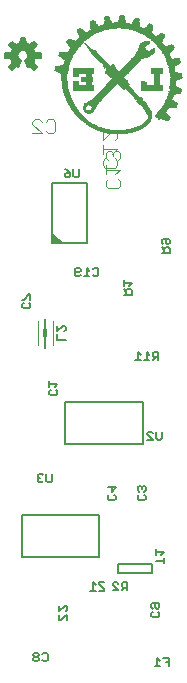
<source format=gbo>
G75*
%MOIN*%
%OFA0B0*%
%FSLAX24Y24*%
%IPPOS*%
%LPD*%
%AMOC8*
5,1,8,0,0,1.08239X$1,22.5*
%
%ADD10C,0.0050*%
%ADD11C,0.0028*%
%ADD12R,0.0118X0.0276*%
%ADD13C,0.0060*%
%ADD14C,0.0080*%
%ADD15R,0.0483X0.0017*%
%ADD16R,0.0700X0.0017*%
%ADD17R,0.0867X0.0017*%
%ADD18R,0.1000X0.0017*%
%ADD19R,0.1117X0.0017*%
%ADD20R,0.1217X0.0017*%
%ADD21R,0.1300X0.0017*%
%ADD22R,0.0517X0.0017*%
%ADD23R,0.0550X0.0017*%
%ADD24R,0.0450X0.0017*%
%ADD25R,0.0400X0.0017*%
%ADD26R,0.0417X0.0017*%
%ADD27R,0.0367X0.0017*%
%ADD28R,0.0383X0.0017*%
%ADD29R,0.0333X0.0017*%
%ADD30R,0.0350X0.0017*%
%ADD31R,0.0317X0.0017*%
%ADD32R,0.0283X0.0017*%
%ADD33R,0.0300X0.0017*%
%ADD34R,0.0283X0.0017*%
%ADD35R,0.0283X0.0017*%
%ADD36R,0.0250X0.0017*%
%ADD37R,0.0233X0.0017*%
%ADD38R,0.0267X0.0017*%
%ADD39R,0.0217X0.0017*%
%ADD40R,0.0267X0.0017*%
%ADD41R,0.0200X0.0017*%
%ADD42R,0.0250X0.0017*%
%ADD43R,0.0183X0.0017*%
%ADD44R,0.0233X0.0017*%
%ADD45R,0.0183X0.0017*%
%ADD46R,0.0183X0.0017*%
%ADD47R,0.0167X0.0017*%
%ADD48R,0.0167X0.0017*%
%ADD49R,0.0217X0.0017*%
%ADD50R,0.0067X0.0017*%
%ADD51R,0.0150X0.0017*%
%ADD52R,0.0200X0.0017*%
%ADD53R,0.0133X0.0017*%
%ADD54R,0.0217X0.0017*%
%ADD55R,0.0017X0.0017*%
%ADD56R,0.0133X0.0017*%
%ADD57R,0.0217X0.0017*%
%ADD58R,0.0050X0.0017*%
%ADD59R,0.0300X0.0017*%
%ADD60R,0.0083X0.0017*%
%ADD61R,0.0133X0.0017*%
%ADD62R,0.0433X0.0017*%
%ADD63R,0.0133X0.0017*%
%ADD64R,0.0117X0.0017*%
%ADD65R,0.0467X0.0017*%
%ADD66R,0.0117X0.0017*%
%ADD67R,0.0483X0.0017*%
%ADD68R,0.0467X0.0017*%
%ADD69R,0.0383X0.0017*%
%ADD70R,0.0350X0.0017*%
%ADD71R,0.0150X0.0017*%
%ADD72R,0.0317X0.0017*%
%ADD73R,0.0283X0.0017*%
%ADD74R,0.0167X0.0017*%
%ADD75R,0.0267X0.0017*%
%ADD76R,0.0167X0.0017*%
%ADD77R,0.0100X0.0017*%
%ADD78R,0.0100X0.0017*%
%ADD79R,0.0233X0.0017*%
%ADD80R,0.0117X0.0017*%
%ADD81R,0.0500X0.0017*%
%ADD82R,0.0083X0.0017*%
%ADD83R,0.0500X0.0017*%
%ADD84R,0.0483X0.0017*%
%ADD85R,0.0233X0.0017*%
%ADD86R,0.0450X0.0017*%
%ADD87R,0.0433X0.0017*%
%ADD88R,0.0417X0.0017*%
%ADD89R,0.0183X0.0017*%
%ADD90R,0.0433X0.0017*%
%ADD91R,0.0333X0.0017*%
%ADD92R,0.0400X0.0017*%
%ADD93R,0.0367X0.0017*%
%ADD94R,0.0017X0.0017*%
%ADD95R,0.0333X0.0017*%
%ADD96R,0.0383X0.0017*%
%ADD97R,0.0433X0.0017*%
%ADD98R,0.0717X0.0017*%
%ADD99R,0.0700X0.0017*%
%ADD100R,0.0717X0.0017*%
%ADD101R,0.0317X0.0017*%
%ADD102R,0.0333X0.0017*%
%ADD103R,0.0733X0.0017*%
%ADD104R,0.0717X0.0017*%
%ADD105R,0.0683X0.0017*%
%ADD106R,0.0650X0.0017*%
%ADD107R,0.0617X0.0017*%
%ADD108R,0.0600X0.0017*%
%ADD109R,0.0567X0.0017*%
%ADD110R,0.0367X0.0017*%
%ADD111R,0.0533X0.0017*%
%ADD112R,0.0367X0.0017*%
%ADD113R,0.0417X0.0017*%
%ADD114R,0.0550X0.0017*%
%ADD115R,0.0583X0.0017*%
%ADD116R,0.0733X0.0017*%
%ADD117R,0.0383X0.0017*%
%ADD118R,0.0767X0.0017*%
%ADD119R,0.0783X0.0017*%
%ADD120R,0.0033X0.0017*%
%ADD121R,0.0067X0.0017*%
%ADD122R,0.0533X0.0017*%
%ADD123R,0.0567X0.0017*%
%ADD124R,0.0517X0.0017*%
%ADD125R,0.0567X0.0017*%
%ADD126R,0.0517X0.0017*%
%ADD127R,0.0317X0.0017*%
%ADD128R,0.0067X0.0017*%
%ADD129R,0.0033X0.0017*%
%ADD130R,0.0467X0.0017*%
%ADD131R,0.0583X0.0017*%
%ADD132R,0.0600X0.0017*%
%ADD133R,0.0633X0.0017*%
%ADD134R,0.0683X0.0017*%
%ADD135R,0.0650X0.0017*%
%ADD136R,0.0717X0.0017*%
%ADD137R,0.0533X0.0017*%
%ADD138R,0.0883X0.0017*%
%ADD139R,0.0750X0.0017*%
%ADD140R,0.0883X0.0017*%
%ADD141R,0.0033X0.0017*%
%ADD142R,0.1717X0.0017*%
%ADD143R,0.1683X0.0017*%
%ADD144R,0.1650X0.0017*%
%ADD145R,0.1633X0.0017*%
%ADD146R,0.1333X0.0017*%
%ADD147R,0.1283X0.0017*%
%ADD148R,0.1233X0.0017*%
%ADD149R,0.1183X0.0017*%
%ADD150R,0.0867X0.0017*%
%ADD151R,0.0767X0.0017*%
%ADD152R,0.0050X0.0017*%
%ADD153C,0.0059*%
%ADD154C,0.0040*%
D10*
X017250Y016770D02*
X017295Y016725D01*
X017385Y016725D01*
X017430Y016770D01*
X017430Y016815D01*
X017385Y016860D01*
X017295Y016860D01*
X017250Y016815D01*
X017250Y016770D01*
X017295Y016860D02*
X017250Y016905D01*
X017250Y016950D01*
X017295Y016995D01*
X017385Y016995D01*
X017430Y016950D01*
X017430Y016905D01*
X017385Y016860D01*
X017545Y016770D02*
X017590Y016725D01*
X017680Y016725D01*
X017725Y016770D01*
X017725Y016950D01*
X017680Y016995D01*
X017590Y016995D01*
X017545Y016950D01*
X018111Y018076D02*
X018111Y018256D01*
X018111Y018371D02*
X018291Y018551D01*
X018336Y018551D01*
X018382Y018506D01*
X018382Y018416D01*
X018336Y018371D01*
X018336Y018256D02*
X018156Y018076D01*
X018111Y018076D01*
X018382Y018076D02*
X018382Y018256D01*
X018336Y018256D01*
X018111Y018371D02*
X018111Y018551D01*
X019141Y019069D02*
X019321Y019069D01*
X019231Y019069D02*
X019231Y019339D01*
X019321Y019249D01*
X019435Y019294D02*
X019616Y019114D01*
X019616Y019069D01*
X019435Y019069D01*
X019435Y019294D02*
X019435Y019339D01*
X019616Y019339D01*
X019900Y019300D02*
X019945Y019345D01*
X020035Y019345D01*
X020080Y019300D01*
X020195Y019300D02*
X020195Y019210D01*
X020240Y019165D01*
X020375Y019165D01*
X020375Y019075D02*
X020375Y019345D01*
X020240Y019345D01*
X020195Y019300D01*
X020285Y019165D02*
X020195Y019075D01*
X020080Y019075D02*
X019900Y019255D01*
X019900Y019300D01*
X019900Y019075D02*
X020080Y019075D01*
X021175Y018605D02*
X021220Y018650D01*
X021400Y018650D01*
X021445Y018605D01*
X021445Y018515D01*
X021400Y018470D01*
X021355Y018470D01*
X021310Y018515D01*
X021310Y018650D01*
X021175Y018605D02*
X021175Y018515D01*
X021220Y018470D01*
X021220Y018355D02*
X021175Y018310D01*
X021175Y018220D01*
X021220Y018175D01*
X021400Y018175D01*
X021445Y018220D01*
X021445Y018310D01*
X021400Y018355D01*
X021380Y016825D02*
X021380Y016555D01*
X021470Y016555D02*
X021289Y016555D01*
X021470Y016735D02*
X021380Y016825D01*
X021584Y016825D02*
X021764Y016825D01*
X021764Y016555D01*
X021764Y016690D02*
X021674Y016690D01*
X021595Y019975D02*
X021595Y020155D01*
X021595Y020065D02*
X021325Y020065D01*
X021325Y020270D02*
X021325Y020450D01*
X021325Y020360D02*
X021595Y020360D01*
X021505Y020270D01*
X020950Y022075D02*
X020770Y022075D01*
X020725Y022120D01*
X020725Y022210D01*
X020770Y022255D01*
X020770Y022370D02*
X020725Y022415D01*
X020725Y022505D01*
X020770Y022550D01*
X020815Y022550D01*
X020860Y022505D01*
X020860Y022460D01*
X020860Y022505D02*
X020905Y022550D01*
X020950Y022550D01*
X020995Y022505D01*
X020995Y022415D01*
X020950Y022370D01*
X020950Y022255D02*
X020995Y022210D01*
X020995Y022120D01*
X020950Y022075D01*
X019995Y022120D02*
X019950Y022075D01*
X019770Y022075D01*
X019725Y022120D01*
X019725Y022210D01*
X019770Y022255D01*
X019860Y022370D02*
X019860Y022550D01*
X019725Y022505D02*
X019995Y022505D01*
X019860Y022370D01*
X019950Y022255D02*
X019995Y022210D01*
X019995Y022120D01*
X021050Y024095D02*
X021230Y024095D01*
X021050Y024275D01*
X021050Y024320D01*
X021095Y024365D01*
X021185Y024365D01*
X021230Y024320D01*
X021345Y024365D02*
X021345Y024140D01*
X021390Y024095D01*
X021480Y024095D01*
X021525Y024140D01*
X021525Y024365D01*
X021409Y026755D02*
X021409Y027025D01*
X021274Y027025D01*
X021229Y026980D01*
X021229Y026890D01*
X021274Y026845D01*
X021409Y026845D01*
X021319Y026845D02*
X021229Y026755D01*
X021114Y026755D02*
X020934Y026755D01*
X021024Y026755D02*
X021024Y027025D01*
X021114Y026935D01*
X020820Y026935D02*
X020730Y027025D01*
X020730Y026755D01*
X020820Y026755D02*
X020639Y026755D01*
X020525Y028936D02*
X020255Y028936D01*
X020345Y028936D02*
X020345Y029071D01*
X020390Y029116D01*
X020480Y029116D01*
X020525Y029071D01*
X020525Y028936D01*
X020345Y029026D02*
X020255Y029116D01*
X020255Y029230D02*
X020255Y029411D01*
X020255Y029320D02*
X020525Y029320D01*
X020435Y029230D01*
X019409Y029600D02*
X019364Y029555D01*
X019274Y029555D01*
X019229Y029600D01*
X019114Y029555D02*
X018934Y029555D01*
X019024Y029555D02*
X019024Y029825D01*
X019114Y029735D01*
X019229Y029780D02*
X019274Y029825D01*
X019364Y029825D01*
X019409Y029780D01*
X019409Y029600D01*
X018820Y029600D02*
X018775Y029555D01*
X018685Y029555D01*
X018639Y029600D01*
X018639Y029780D01*
X018685Y029825D01*
X018775Y029825D01*
X018820Y029780D01*
X018820Y029735D01*
X018775Y029690D01*
X018639Y029690D01*
X019025Y030650D02*
X017875Y030650D01*
X018200Y030650D01*
X017875Y030950D01*
X017875Y030650D01*
X017875Y032650D01*
X019025Y032650D01*
X019025Y030650D01*
X018162Y030685D02*
X017875Y030685D01*
X017875Y030734D02*
X018109Y030734D01*
X018057Y030782D02*
X017875Y030782D01*
X017875Y030831D02*
X018004Y030831D01*
X017952Y030879D02*
X017875Y030879D01*
X017875Y030928D02*
X017899Y030928D01*
X017145Y028950D02*
X017100Y028950D01*
X016920Y028770D01*
X016875Y028770D01*
X016920Y028655D02*
X016875Y028610D01*
X016875Y028520D01*
X016920Y028475D01*
X017100Y028475D01*
X017145Y028520D01*
X017145Y028610D01*
X017100Y028655D01*
X017145Y028770D02*
X017145Y028950D01*
X017650Y028122D02*
X017650Y027138D01*
X018050Y027425D02*
X018050Y027605D01*
X018050Y027720D02*
X018230Y027900D01*
X018275Y027900D01*
X018320Y027855D01*
X018320Y027765D01*
X018275Y027720D01*
X018050Y027720D02*
X018050Y027900D01*
X018050Y027425D02*
X018320Y027425D01*
X017775Y026050D02*
X017775Y025870D01*
X017775Y025960D02*
X018045Y025960D01*
X017955Y025870D01*
X018000Y025755D02*
X018045Y025710D01*
X018045Y025620D01*
X018000Y025575D01*
X017820Y025575D01*
X017775Y025620D01*
X017775Y025710D01*
X017820Y025755D01*
X017864Y022955D02*
X017864Y022730D01*
X017819Y022685D01*
X017729Y022685D01*
X017684Y022730D01*
X017684Y022955D01*
X017570Y022910D02*
X017525Y022955D01*
X017435Y022955D01*
X017389Y022910D01*
X017389Y022865D01*
X017435Y022820D01*
X017389Y022775D01*
X017389Y022730D01*
X017435Y022685D01*
X017525Y022685D01*
X017570Y022730D01*
X017480Y022820D02*
X017435Y022820D01*
X021525Y030325D02*
X021795Y030325D01*
X021795Y030460D01*
X021750Y030505D01*
X021660Y030505D01*
X021615Y030460D01*
X021615Y030325D01*
X021615Y030415D02*
X021525Y030505D01*
X021570Y030620D02*
X021525Y030665D01*
X021525Y030755D01*
X021570Y030800D01*
X021750Y030800D01*
X021795Y030755D01*
X021795Y030665D01*
X021750Y030620D01*
X021705Y030620D01*
X021660Y030665D01*
X021660Y030800D01*
X018764Y032900D02*
X018719Y032855D01*
X018629Y032855D01*
X018584Y032900D01*
X018584Y033125D01*
X018470Y032990D02*
X018335Y032990D01*
X018289Y032945D01*
X018289Y032900D01*
X018335Y032855D01*
X018425Y032855D01*
X018470Y032900D01*
X018470Y032990D01*
X018380Y033080D01*
X018289Y033125D01*
X018764Y033125D02*
X018764Y032900D01*
D11*
X017896Y028044D02*
X017896Y027256D01*
X017404Y027256D02*
X017404Y028044D01*
D12*
X017650Y027650D03*
D13*
X020070Y019950D02*
X020070Y019650D01*
X021210Y019650D01*
X021210Y019950D01*
X020070Y019950D01*
D14*
X019440Y020200D02*
X016860Y020200D01*
X016860Y021600D01*
X019440Y021600D01*
X019440Y020200D01*
X018310Y023950D02*
X020890Y023950D01*
X020890Y025350D01*
X018310Y025350D01*
X018310Y023950D01*
D15*
X020083Y034283D03*
X021817Y035217D03*
X021817Y035233D03*
X021833Y035267D03*
X020967Y037683D03*
X019333Y037717D03*
X018633Y037283D03*
D16*
X018925Y036450D03*
X018925Y036400D03*
X018925Y036350D03*
X018925Y036300D03*
X018925Y035850D03*
X018925Y035800D03*
X018925Y035750D03*
X020075Y034300D03*
D17*
X020075Y034317D03*
D18*
X020075Y034333D03*
D19*
X020067Y034350D03*
D20*
X020067Y034367D03*
D21*
X020075Y034383D03*
D22*
X020500Y034400D03*
X020050Y036200D03*
X021700Y037150D03*
D23*
X020917Y036900D03*
X019650Y034400D03*
X019017Y037600D03*
D24*
X018200Y036467D03*
X018183Y036383D03*
X019183Y035283D03*
X019567Y034417D03*
X020583Y034417D03*
X021583Y034833D03*
X021600Y034817D03*
X021833Y035283D03*
X021983Y035683D03*
X021933Y036667D03*
X021933Y036683D03*
X021917Y036717D03*
X021917Y036733D03*
X021900Y036767D03*
X020983Y037667D03*
X019867Y036367D03*
X020050Y036167D03*
D25*
X019775Y036517D03*
X019775Y036533D03*
X020758Y036817D03*
X021708Y037067D03*
X021925Y036633D03*
X022008Y036133D03*
X021825Y035317D03*
X021542Y034917D03*
X020642Y034433D03*
X018625Y037233D03*
X018358Y036833D03*
X018242Y036533D03*
D26*
X018200Y036367D03*
X019500Y034433D03*
X021700Y037083D03*
D27*
X021908Y036600D03*
X020692Y034450D03*
X019342Y035400D03*
D28*
X019450Y034450D03*
X021700Y037050D03*
D29*
X021392Y037367D03*
X021092Y037583D03*
X020658Y036733D03*
X020642Y036717D03*
X020608Y036683D03*
X020592Y036667D03*
X020558Y036633D03*
X020542Y036617D03*
X020508Y036583D03*
X020492Y036567D03*
X020458Y036533D03*
X020442Y036517D03*
X020408Y036483D03*
X020392Y036467D03*
X020358Y036433D03*
X020342Y036417D03*
X020308Y036383D03*
X020292Y036367D03*
X019808Y035867D03*
X019758Y035817D03*
X019708Y035767D03*
X019658Y035717D03*
X019608Y035667D03*
X019558Y035617D03*
X019508Y035567D03*
X019108Y035033D03*
X019358Y034483D03*
X020742Y034467D03*
D30*
X021817Y035333D03*
X020683Y036767D03*
X021383Y037383D03*
X021700Y037033D03*
X019867Y036417D03*
X019850Y036433D03*
X019867Y035933D03*
X019850Y035917D03*
X019483Y035533D03*
X019467Y035517D03*
X019433Y035483D03*
X019417Y035467D03*
X019383Y035433D03*
X019367Y035417D03*
X019400Y034467D03*
X018233Y036333D03*
D31*
X018883Y037433D03*
X018933Y037467D03*
X019833Y036467D03*
X020283Y035883D03*
X020333Y035833D03*
X020383Y035783D03*
X020783Y034483D03*
X021167Y037533D03*
D32*
X020817Y034500D03*
D33*
X019325Y034500D03*
X018308Y036550D03*
X018858Y037400D03*
X018908Y037450D03*
X020992Y037300D03*
X021692Y037000D03*
D34*
X021950Y036083D03*
X021800Y035383D03*
X020850Y034517D03*
X019250Y034533D03*
X018850Y037683D03*
D35*
X018817Y037367D03*
X019283Y037883D03*
X018383Y036767D03*
X019283Y034517D03*
X020883Y037083D03*
X021933Y036317D03*
X021933Y035833D03*
D36*
X021633Y035133D03*
X021600Y035083D03*
X021567Y035033D03*
X021550Y035017D03*
X021667Y034767D03*
X020883Y034533D03*
X020917Y035267D03*
X020817Y035367D03*
X020783Y035433D03*
X020750Y035467D03*
X020733Y035483D03*
X020883Y037117D03*
X020917Y037233D03*
X021017Y037333D03*
X021417Y037317D03*
X021450Y037283D03*
X021467Y037267D03*
X021500Y037217D03*
X021683Y036967D03*
X021517Y037567D03*
X021117Y037833D03*
X020667Y037983D03*
X020200Y038033D03*
X020200Y038067D03*
X019733Y038033D03*
X019733Y038017D03*
X019267Y037917D03*
X018500Y037383D03*
X018617Y037133D03*
X018583Y037083D03*
X018567Y037067D03*
X018550Y037033D03*
X018533Y037017D03*
X019167Y034583D03*
D37*
X019058Y034650D03*
X019092Y035900D03*
X019092Y035950D03*
X019092Y036000D03*
X019092Y036200D03*
X019092Y036250D03*
X018392Y036700D03*
X018358Y036600D03*
X019608Y036650D03*
X019658Y036600D03*
X019692Y036550D03*
X020458Y035750D03*
X020508Y035700D03*
X020808Y035400D03*
X021358Y035900D03*
X021358Y035950D03*
X021358Y036000D03*
X021358Y036050D03*
X021358Y036100D03*
X021358Y036150D03*
X021358Y036200D03*
X021358Y036250D03*
X021692Y036950D03*
X021808Y037200D03*
X021642Y035150D03*
X021608Y035100D03*
X020908Y034550D03*
D38*
X020875Y035300D03*
X020825Y035350D03*
X021875Y036550D03*
X019275Y037900D03*
X018625Y037150D03*
X018275Y036300D03*
X019225Y034550D03*
D39*
X019017Y034683D03*
X019117Y034983D03*
X018283Y036067D03*
X018283Y036083D03*
X018283Y036117D03*
X018283Y036133D03*
X018283Y036167D03*
X018283Y036183D03*
X018283Y036217D03*
X018283Y036233D03*
X018283Y036267D03*
X018283Y036283D03*
X018367Y036633D03*
X018383Y036683D03*
X018817Y037733D03*
X019717Y038083D03*
X020683Y038033D03*
X021133Y037867D03*
X020883Y037183D03*
X020883Y037167D03*
X020883Y037133D03*
X021717Y036883D03*
X021783Y035433D03*
X021783Y035417D03*
X021017Y035133D03*
X020983Y035183D03*
X020683Y035517D03*
X020667Y035533D03*
X020633Y035567D03*
X020617Y035583D03*
X020583Y035617D03*
X020567Y035633D03*
X020533Y035667D03*
X020517Y035683D03*
X020967Y034583D03*
X020933Y034567D03*
X019667Y036583D03*
D40*
X019742Y037983D03*
X020192Y038017D03*
X020658Y037967D03*
X021008Y037317D03*
X020958Y037267D03*
X021408Y037333D03*
X021692Y036983D03*
X021108Y037817D03*
X020842Y035333D03*
X020858Y035317D03*
X020892Y035283D03*
X019242Y035233D03*
X019192Y034567D03*
X018608Y037117D03*
D41*
X019292Y036950D03*
X019342Y036900D03*
X019392Y036850D03*
X019442Y036800D03*
X019492Y036750D03*
X019542Y036700D03*
X018675Y035900D03*
X018308Y035850D03*
X018292Y035950D03*
X018292Y036000D03*
X018825Y034850D03*
X018875Y034800D03*
X020975Y034600D03*
X021042Y035100D03*
X021008Y035150D03*
X021792Y035450D03*
X021808Y035500D03*
X021825Y035550D03*
X021758Y036800D03*
X021708Y036900D03*
X020892Y037200D03*
D42*
X020883Y037100D03*
X021433Y037300D03*
X021517Y037200D03*
X021917Y035850D03*
X021867Y035600D03*
X021783Y035400D03*
X021583Y035050D03*
X020767Y035450D03*
X019133Y034600D03*
X018533Y037000D03*
X018567Y037050D03*
X020200Y038050D03*
D43*
X020200Y038167D03*
X021900Y036033D03*
X021900Y036017D03*
X021900Y035983D03*
X021900Y035967D03*
X021900Y035933D03*
X021900Y035917D03*
X021900Y035883D03*
X021050Y035083D03*
X021050Y034667D03*
X021000Y034617D03*
X018800Y034883D03*
X018750Y034933D03*
X018600Y035133D03*
X018400Y035517D03*
X018350Y035667D03*
X018350Y035683D03*
X018300Y035917D03*
D44*
X018358Y036617D03*
X018392Y036717D03*
X018392Y036733D03*
X019092Y036283D03*
X019092Y036267D03*
X019092Y036233D03*
X019092Y036217D03*
X019092Y036183D03*
X019092Y035983D03*
X019092Y035967D03*
X019092Y035933D03*
X019092Y035917D03*
X019642Y036617D03*
X020442Y035767D03*
X020492Y035717D03*
X020792Y035417D03*
X020808Y035383D03*
X020942Y035233D03*
X020958Y035217D03*
X021592Y035067D03*
X021358Y035917D03*
X021358Y035933D03*
X021358Y035967D03*
X021358Y035983D03*
X021358Y036017D03*
X021358Y036033D03*
X021358Y036067D03*
X021358Y036083D03*
X021358Y036117D03*
X021358Y036133D03*
X021358Y036167D03*
X021358Y036183D03*
X021358Y036217D03*
X021358Y036233D03*
X021358Y036267D03*
X021358Y036283D03*
X021492Y037233D03*
X019258Y037933D03*
X019042Y034667D03*
X019092Y034633D03*
X019108Y034617D03*
D45*
X018817Y034867D03*
X018767Y034917D03*
X018717Y034967D03*
X018683Y035017D03*
X018667Y035033D03*
X018633Y035083D03*
X018567Y035183D03*
X018533Y035233D03*
X018517Y035267D03*
X018483Y035333D03*
X018467Y035367D03*
X018433Y035433D03*
X018417Y035483D03*
X018383Y035567D03*
X018367Y035617D03*
X018367Y035633D03*
X018333Y035717D03*
X018333Y035733D03*
X018333Y035767D03*
X018317Y035783D03*
X018317Y035817D03*
X018317Y035833D03*
X018667Y035917D03*
X018667Y035933D03*
X018667Y035967D03*
X018667Y036217D03*
X018667Y036233D03*
X018667Y036267D03*
X019267Y036983D03*
X019667Y036567D03*
X019267Y035217D03*
X020933Y035917D03*
X020933Y035933D03*
X021067Y035067D03*
X021017Y034633D03*
X021833Y035583D03*
X021883Y036333D03*
X021883Y036367D03*
X021883Y036383D03*
X021867Y036417D03*
X021867Y036433D03*
X021867Y036467D03*
D46*
X021867Y036450D03*
X021883Y036400D03*
X021883Y036350D03*
X021067Y035050D03*
X021033Y034650D03*
X021683Y034750D03*
X020933Y035900D03*
X019233Y038000D03*
X018483Y037400D03*
X018667Y036250D03*
X018667Y035950D03*
X018317Y035800D03*
X018333Y035750D03*
X018617Y035100D03*
X018733Y034950D03*
X018783Y034900D03*
D47*
X018708Y034983D03*
X018642Y035067D03*
X018608Y035117D03*
X018542Y035217D03*
X018508Y035283D03*
X018492Y035317D03*
X018458Y035383D03*
X018442Y035417D03*
X018392Y035533D03*
X018658Y035983D03*
X018658Y036017D03*
X018658Y036183D03*
X019258Y037017D03*
X019242Y037033D03*
X019208Y037067D03*
X019708Y038133D03*
X020208Y038183D03*
X020692Y038083D03*
X021192Y037033D03*
X022042Y036783D03*
X021092Y035017D03*
X021108Y034967D03*
X021058Y034683D03*
D48*
X021075Y034700D03*
X020925Y035950D03*
X020925Y036000D03*
X019225Y037050D03*
X018225Y037000D03*
X018375Y035600D03*
X018425Y035450D03*
X018475Y035350D03*
X018525Y035250D03*
D49*
X019000Y034700D03*
X020550Y035650D03*
X020600Y035600D03*
X020650Y035550D03*
X020700Y035500D03*
X019250Y037950D03*
X020200Y038100D03*
D50*
X019025Y037233D03*
X021725Y034717D03*
D51*
X021100Y034733D03*
X021083Y034717D03*
X021117Y034933D03*
X021100Y034983D03*
X020917Y036017D03*
X019267Y035183D03*
X019233Y035083D03*
X019217Y035067D03*
X019117Y034967D03*
X018467Y037417D03*
X019700Y038167D03*
X020200Y038217D03*
X020700Y038117D03*
D52*
X020692Y038067D03*
X021142Y037883D03*
X021525Y037583D03*
X021692Y036933D03*
X021725Y036867D03*
X021742Y036833D03*
X021742Y036817D03*
X021758Y036783D03*
X021858Y036517D03*
X021858Y036483D03*
X021892Y035867D03*
X021825Y035567D03*
X021825Y035533D03*
X021808Y035517D03*
X021808Y035483D03*
X021792Y035467D03*
X021025Y035117D03*
X019575Y036667D03*
X019558Y036683D03*
X019525Y036717D03*
X019508Y036733D03*
X019475Y036767D03*
X019458Y036783D03*
X019425Y036817D03*
X019408Y036833D03*
X019375Y036867D03*
X019358Y036883D03*
X019325Y036917D03*
X019308Y036933D03*
X019275Y036967D03*
X019242Y037983D03*
X019708Y038117D03*
X020208Y038133D03*
X018675Y036283D03*
X018292Y036033D03*
X018292Y036017D03*
X018292Y035983D03*
X018292Y035967D03*
X018292Y035933D03*
X018308Y035883D03*
X018308Y035867D03*
X018842Y034833D03*
X018858Y034817D03*
X018892Y034783D03*
X018908Y034767D03*
X018975Y034717D03*
D53*
X018992Y035067D03*
X018992Y035217D03*
X019008Y035233D03*
X019258Y035167D03*
X019258Y035133D03*
X021108Y034767D03*
X021708Y034733D03*
X019708Y038183D03*
X018808Y037767D03*
D54*
X019250Y037967D03*
X020200Y038083D03*
X020200Y038117D03*
X020900Y037217D03*
X021700Y036917D03*
X021000Y035167D03*
X018950Y034733D03*
X018350Y036567D03*
X018350Y036583D03*
D55*
X019750Y038200D03*
X021450Y034750D03*
D56*
X021108Y034750D03*
X019892Y036550D03*
X019258Y035150D03*
X019242Y035100D03*
D57*
X018933Y034750D03*
X018283Y036050D03*
X018283Y036100D03*
X018283Y036150D03*
X018283Y036200D03*
X018283Y036250D03*
X019717Y038100D03*
X020683Y038050D03*
X020883Y037150D03*
X021733Y036850D03*
X020967Y035200D03*
D58*
X021450Y034767D03*
X020283Y035767D03*
X021267Y037117D03*
X018983Y037283D03*
D59*
X018875Y037417D03*
X018842Y037383D03*
X018625Y037167D03*
X018508Y037367D03*
X019108Y035017D03*
X020892Y037067D03*
X020975Y037283D03*
X021492Y037533D03*
X021892Y036567D03*
X021808Y035367D03*
X021542Y034983D03*
X021658Y034783D03*
D60*
X021450Y034783D03*
X018450Y037433D03*
D61*
X021225Y037067D03*
X021125Y034917D03*
X021125Y034883D03*
X021125Y034817D03*
X021125Y034783D03*
D62*
X021542Y034900D03*
X021608Y034800D03*
X021992Y035700D03*
X021992Y035750D03*
X020058Y036150D03*
X018992Y037550D03*
D63*
X021125Y034900D03*
X021125Y034800D03*
D64*
X021133Y034833D03*
X021133Y034867D03*
X019167Y037083D03*
D65*
X020092Y036100D03*
X021558Y034850D03*
X018192Y036400D03*
X018192Y036450D03*
X018208Y036500D03*
D66*
X018983Y035200D03*
X021133Y034850D03*
D67*
X021550Y034867D03*
X020050Y036183D03*
X019000Y037567D03*
X021700Y037117D03*
D68*
X021542Y034883D03*
X018192Y036417D03*
X018192Y036433D03*
X018208Y036483D03*
X018208Y036517D03*
X018342Y036867D03*
D69*
X019300Y035367D03*
X019800Y036483D03*
X020150Y037983D03*
X021550Y034933D03*
D70*
X021550Y034950D03*
X021967Y035800D03*
X020667Y036750D03*
X021067Y037600D03*
X019500Y035550D03*
X019450Y035500D03*
X019400Y035450D03*
X019117Y035050D03*
X018367Y036800D03*
X018967Y037500D03*
D71*
X020200Y038200D03*
X021150Y037900D03*
X021533Y037600D03*
X021217Y037050D03*
X021950Y035150D03*
X021117Y034950D03*
D72*
X021550Y034967D03*
X021950Y035817D03*
X021900Y036583D03*
X021700Y037017D03*
X020350Y035817D03*
X020300Y035867D03*
X018950Y037483D03*
X018250Y036317D03*
D73*
X020200Y038000D03*
X021400Y037350D03*
X021550Y035000D03*
D74*
X021092Y035000D03*
X021042Y037350D03*
X020692Y038100D03*
X019708Y038150D03*
X018808Y037750D03*
X019258Y037000D03*
X018658Y036200D03*
X018658Y036000D03*
X018358Y035650D03*
X018392Y035550D03*
X018408Y035500D03*
X018558Y035200D03*
X018592Y035150D03*
X018658Y035050D03*
X018692Y035000D03*
X019258Y035200D03*
D75*
X019108Y035000D03*
X018392Y036750D03*
X018592Y037100D03*
X018842Y037700D03*
X019742Y038000D03*
X020658Y037950D03*
X020942Y037250D03*
X021092Y037800D03*
X021508Y037550D03*
D76*
X021825Y037217D03*
X020925Y035983D03*
X020925Y035967D03*
X021075Y035033D03*
X019225Y038017D03*
X018375Y035583D03*
X018425Y035467D03*
X018575Y035167D03*
D77*
X018975Y035183D03*
X018975Y035133D03*
X018975Y035117D03*
X018975Y035083D03*
X019892Y036567D03*
X019142Y037117D03*
X019125Y037133D03*
X019092Y037167D03*
X019242Y038033D03*
X021242Y037083D03*
X021542Y037617D03*
X021858Y037233D03*
D78*
X019158Y037100D03*
X019108Y037150D03*
X018958Y035150D03*
X018975Y035100D03*
D79*
X019625Y036633D03*
X020475Y035733D03*
X021625Y035117D03*
X021925Y036067D03*
X021875Y036533D03*
X020675Y038017D03*
X019725Y038067D03*
X018825Y037717D03*
X018375Y036667D03*
D80*
X019250Y035117D03*
X021150Y037917D03*
D81*
X021358Y037467D03*
X021708Y037133D03*
X020825Y036833D03*
X020092Y036083D03*
X019375Y037733D03*
X018375Y036967D03*
X018358Y036933D03*
X018358Y036917D03*
X018342Y036883D03*
X021792Y035183D03*
X021792Y035167D03*
D82*
X020683Y038133D03*
X019083Y037183D03*
X018967Y035167D03*
D83*
X018342Y036900D03*
X021808Y035200D03*
D84*
X021833Y035250D03*
X021367Y037450D03*
D85*
X021475Y037250D03*
X021125Y037850D03*
X020675Y038000D03*
X019725Y038050D03*
X018375Y036650D03*
X020925Y035250D03*
D86*
X019867Y036350D03*
X019200Y035300D03*
X019167Y035250D03*
X018350Y036850D03*
X019300Y037700D03*
X021700Y037100D03*
X021900Y036750D03*
X021917Y036700D03*
X021933Y036650D03*
D87*
X022025Y036167D03*
X021975Y035667D03*
X021975Y035633D03*
X021375Y037433D03*
X020075Y036133D03*
X019225Y035317D03*
X019175Y035267D03*
D88*
X021833Y035300D03*
X022017Y036200D03*
X022017Y036250D03*
D89*
X021900Y036050D03*
X021900Y036000D03*
X021900Y035950D03*
X021900Y035900D03*
X021850Y036500D03*
X020200Y038150D03*
X018300Y035900D03*
X018350Y035700D03*
X018450Y035400D03*
X018500Y035300D03*
D90*
X019242Y035333D03*
X020092Y036117D03*
X019258Y037683D03*
X021992Y035767D03*
X021992Y035733D03*
X021992Y035717D03*
D91*
X021808Y035350D03*
X019842Y035900D03*
X019792Y035850D03*
X019742Y035800D03*
X019692Y035750D03*
X019642Y035700D03*
X019592Y035650D03*
X019542Y035600D03*
X019842Y036450D03*
D92*
X019792Y036500D03*
X019275Y035350D03*
X020992Y037650D03*
D93*
X020275Y035917D03*
X019325Y035383D03*
X019025Y036017D03*
X019025Y036033D03*
X019025Y036067D03*
X019025Y036083D03*
X019025Y036117D03*
X019025Y036133D03*
X019025Y036167D03*
D94*
X020833Y035500D03*
X021133Y037950D03*
D95*
X021125Y037567D03*
X019825Y035883D03*
X019775Y035833D03*
X019725Y035783D03*
X019675Y035733D03*
X019625Y035683D03*
X019575Y035633D03*
X019525Y035583D03*
X018375Y036783D03*
X018625Y037183D03*
D96*
X018617Y037217D03*
X018967Y037517D03*
X018367Y036817D03*
X020267Y035933D03*
X021367Y036317D03*
X021367Y036333D03*
X021367Y036367D03*
X021367Y036383D03*
X021367Y036417D03*
X021367Y036433D03*
X021917Y036617D03*
X021983Y035783D03*
X021933Y035617D03*
D97*
X021975Y035650D03*
X022025Y036150D03*
X018625Y037250D03*
D98*
X021200Y035883D03*
X021200Y035867D03*
X021200Y035833D03*
X021200Y035817D03*
X021200Y035783D03*
X021200Y035767D03*
X021200Y035733D03*
D99*
X019508Y037783D03*
X018925Y036433D03*
X018925Y036417D03*
X018925Y036383D03*
X018925Y036367D03*
X018925Y036333D03*
X018925Y036317D03*
X018925Y035883D03*
X018925Y035867D03*
X018925Y035833D03*
X018925Y035817D03*
X018925Y035783D03*
X018925Y035767D03*
X018925Y035733D03*
D100*
X021200Y035750D03*
X021200Y035800D03*
X021200Y035850D03*
D101*
X021967Y036100D03*
X020367Y035800D03*
X020317Y035850D03*
D102*
X020275Y035900D03*
X020275Y036350D03*
X020325Y036400D03*
X020375Y036450D03*
X020425Y036500D03*
X020475Y036550D03*
X020525Y036600D03*
X020575Y036650D03*
X020625Y036700D03*
X021975Y036300D03*
D103*
X020075Y035950D03*
D104*
X020083Y035967D03*
X019083Y037667D03*
D105*
X020033Y036267D03*
X020083Y035983D03*
D106*
X020083Y036000D03*
X020033Y036250D03*
D107*
X020083Y036017D03*
D108*
X020092Y036033D03*
D109*
X020092Y036050D03*
X020958Y036950D03*
X020992Y037000D03*
X021342Y037500D03*
D110*
X020725Y036800D03*
X019025Y036150D03*
X019025Y036100D03*
X019025Y036050D03*
X018625Y037200D03*
D111*
X020092Y036067D03*
X021358Y037483D03*
D112*
X021042Y037617D03*
X021008Y037633D03*
X020908Y037033D03*
X020708Y036783D03*
X021992Y036117D03*
D113*
X022017Y036183D03*
X022017Y036217D03*
X022017Y036233D03*
X022017Y036267D03*
X022017Y036283D03*
X021383Y037417D03*
X019867Y036383D03*
X018983Y037533D03*
D114*
X018633Y037317D03*
X020050Y036217D03*
X020883Y036867D03*
X020900Y036883D03*
X020933Y036917D03*
X020967Y036967D03*
X021000Y037017D03*
D115*
X020050Y036233D03*
D116*
X020025Y036283D03*
D117*
X019867Y036400D03*
X021367Y036400D03*
X021367Y036450D03*
X021367Y036350D03*
X021367Y036300D03*
X021383Y037400D03*
X018217Y036350D03*
D118*
X020025Y036300D03*
D119*
X020033Y036317D03*
X020033Y036333D03*
X020833Y037767D03*
D120*
X019642Y036467D03*
D121*
X019892Y036583D03*
X019042Y037217D03*
X018992Y037267D03*
X018808Y037783D03*
X021142Y037933D03*
X021542Y037633D03*
D122*
X020942Y037700D03*
X020858Y036850D03*
D123*
X020942Y036933D03*
D124*
X018633Y037300D03*
X018367Y036950D03*
D125*
X020975Y036983D03*
D126*
X021667Y037183D03*
X021683Y037167D03*
X019017Y037583D03*
X018383Y036983D03*
D127*
X020900Y037050D03*
X021150Y037550D03*
D128*
X021258Y037100D03*
X019058Y037200D03*
X019008Y037250D03*
D129*
X018975Y037300D03*
X021875Y037250D03*
D130*
X018625Y037267D03*
D131*
X018633Y037333D03*
X019033Y037617D03*
X019467Y037767D03*
X020917Y037717D03*
X021333Y037517D03*
D132*
X018642Y037350D03*
D133*
X019042Y037633D03*
D134*
X019067Y037650D03*
D135*
X020900Y037733D03*
D136*
X020867Y037750D03*
D137*
X019425Y037750D03*
D138*
X020783Y037783D03*
D139*
X020533Y037800D03*
D140*
X019600Y037800D03*
D141*
X018808Y037800D03*
D142*
X020017Y037817D03*
D143*
X020000Y037833D03*
D144*
X019983Y037850D03*
D145*
X019975Y037867D03*
D146*
X020125Y037883D03*
D147*
X020150Y037900D03*
D148*
X020175Y037917D03*
D149*
X020200Y037933D03*
D150*
X020042Y037950D03*
D151*
X019992Y037967D03*
D152*
X019250Y038050D03*
D153*
X017365Y037264D02*
X017244Y037115D01*
X017275Y037055D01*
X017296Y036991D01*
X017486Y036972D01*
X017486Y036828D01*
X017296Y036809D01*
X017275Y036745D01*
X017244Y036685D01*
X017365Y036536D01*
X017264Y036435D01*
X017115Y036556D01*
X017055Y036525D01*
X016971Y036729D01*
X017008Y036751D01*
X017040Y036780D01*
X017064Y036816D01*
X017079Y036857D01*
X017085Y036900D01*
X017079Y036944D01*
X017064Y036985D01*
X017039Y037022D01*
X017006Y037051D01*
X016967Y037072D01*
X016924Y037083D01*
X016880Y037083D01*
X016837Y037073D01*
X016798Y037053D01*
X016764Y037025D01*
X016738Y036989D01*
X016722Y036948D01*
X016716Y036904D01*
X016720Y036860D01*
X016735Y036818D01*
X016759Y036781D01*
X016791Y036751D01*
X016829Y036729D01*
X016745Y036525D01*
X016685Y036556D01*
X016536Y036435D01*
X016435Y036536D01*
X016556Y036685D01*
X016525Y036745D01*
X016504Y036809D01*
X016314Y036828D01*
X016314Y036972D01*
X016504Y036991D01*
X016525Y037055D01*
X016556Y037115D01*
X016435Y037264D01*
X016536Y037365D01*
X016685Y037244D01*
X016745Y037275D01*
X016809Y037296D01*
X016828Y037486D01*
X016972Y037486D01*
X016991Y037296D01*
X017055Y037275D01*
X017115Y037244D01*
X017264Y037365D01*
X017365Y037264D01*
X017338Y037291D02*
X017172Y037291D01*
X017243Y037348D02*
X017281Y037348D01*
X017341Y037233D02*
X016459Y037233D01*
X016462Y037291D02*
X016628Y037291D01*
X016557Y037348D02*
X016519Y037348D01*
X016506Y037176D02*
X017294Y037176D01*
X017247Y037118D02*
X016553Y037118D01*
X016528Y037061D02*
X016812Y037061D01*
X016749Y037003D02*
X016508Y037003D01*
X016314Y036945D02*
X016721Y036945D01*
X016717Y036888D02*
X016314Y036888D01*
X016314Y036830D02*
X016730Y036830D01*
X016768Y036773D02*
X016516Y036773D01*
X016540Y036715D02*
X016823Y036715D01*
X016800Y036658D02*
X016534Y036658D01*
X016487Y036600D02*
X016776Y036600D01*
X016752Y036543D02*
X016710Y036543D01*
X016669Y036543D02*
X016440Y036543D01*
X016486Y036485D02*
X016598Y036485D01*
X017000Y036658D02*
X017266Y036658D01*
X017260Y036715D02*
X016977Y036715D01*
X017032Y036773D02*
X017284Y036773D01*
X017313Y036600D02*
X017024Y036600D01*
X017048Y036543D02*
X017090Y036543D01*
X017131Y036543D02*
X017360Y036543D01*
X017314Y036485D02*
X017202Y036485D01*
X017070Y036830D02*
X017486Y036830D01*
X017486Y036888D02*
X017083Y036888D01*
X017079Y036945D02*
X017486Y036945D01*
X017292Y037003D02*
X017051Y037003D01*
X016988Y037061D02*
X017272Y037061D01*
X017006Y037291D02*
X016794Y037291D01*
X016814Y037348D02*
X016986Y037348D01*
X016980Y037406D02*
X016820Y037406D01*
X016826Y037463D02*
X016974Y037463D01*
D154*
X017289Y034780D02*
X017443Y034780D01*
X017520Y034704D01*
X017673Y034704D02*
X017750Y034780D01*
X017903Y034780D01*
X017980Y034704D01*
X017980Y034397D01*
X017903Y034320D01*
X017750Y034320D01*
X017673Y034397D01*
X017520Y034320D02*
X017213Y034627D01*
X017213Y034704D01*
X017289Y034780D01*
X017213Y034320D02*
X017520Y034320D01*
X019570Y034398D02*
X019570Y034091D01*
X019877Y034398D01*
X019954Y034398D01*
X020030Y034321D01*
X020030Y034168D01*
X019954Y034091D01*
X020030Y033784D02*
X019570Y033784D01*
X019570Y033937D02*
X019570Y033630D01*
X019670Y033640D02*
X019670Y033486D01*
X019747Y033410D01*
X019647Y033477D02*
X019570Y033400D01*
X019570Y033247D01*
X019647Y033170D01*
X019954Y033170D01*
X020030Y033247D01*
X020030Y033400D01*
X019954Y033477D01*
X019900Y033563D02*
X019900Y033640D01*
X019823Y033717D01*
X019747Y033717D01*
X019670Y033640D01*
X019877Y033630D02*
X020030Y033784D01*
X020054Y033717D02*
X019977Y033717D01*
X019900Y033640D01*
X020054Y033717D02*
X020130Y033640D01*
X020130Y033486D01*
X020054Y033410D01*
X020130Y033103D02*
X019670Y033103D01*
X019670Y033256D02*
X019670Y032949D01*
X019747Y032796D02*
X019670Y032719D01*
X019670Y032566D01*
X019747Y032489D01*
X020054Y032489D01*
X020130Y032566D01*
X020130Y032719D01*
X020054Y032796D01*
X019977Y032949D02*
X020130Y033103D01*
M02*

</source>
